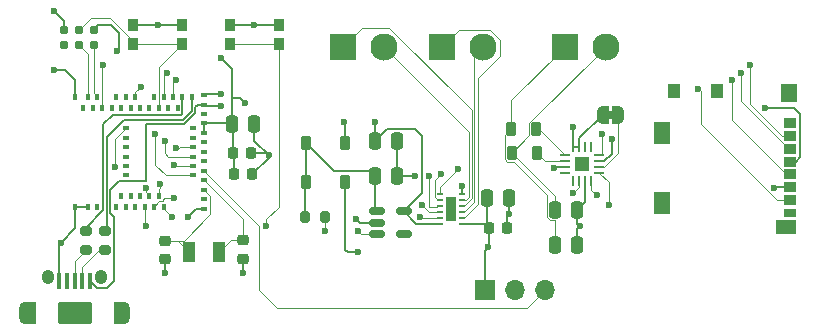
<source format=gbr>
%TF.GenerationSoftware,KiCad,Pcbnew,8.0.9*%
%TF.CreationDate,2025-04-21T13:45:24-07:00*%
%TF.ProjectId,bmbbmcp,626d6262-6d63-4702-9e6b-696361645f70,R1*%
%TF.SameCoordinates,Original*%
%TF.FileFunction,Copper,L1,Top*%
%TF.FilePolarity,Positive*%
%FSLAX46Y46*%
G04 Gerber Fmt 4.6, Leading zero omitted, Abs format (unit mm)*
G04 Created by KiCad (PCBNEW 8.0.9) date 2025-04-21 13:45:24*
%MOMM*%
%LPD*%
G01*
G04 APERTURE LIST*
G04 Aperture macros list*
%AMRoundRect*
0 Rectangle with rounded corners*
0 $1 Rounding radius*
0 $2 $3 $4 $5 $6 $7 $8 $9 X,Y pos of 4 corners*
0 Add a 4 corners polygon primitive as box body*
4,1,4,$2,$3,$4,$5,$6,$7,$8,$9,$2,$3,0*
0 Add four circle primitives for the rounded corners*
1,1,$1+$1,$2,$3*
1,1,$1+$1,$4,$5*
1,1,$1+$1,$6,$7*
1,1,$1+$1,$8,$9*
0 Add four rect primitives between the rounded corners*
20,1,$1+$1,$2,$3,$4,$5,0*
20,1,$1+$1,$4,$5,$6,$7,0*
20,1,$1+$1,$6,$7,$8,$9,0*
20,1,$1+$1,$8,$9,$2,$3,0*%
%AMFreePoly0*
4,1,19,0.500000,-0.750000,0.000000,-0.750000,0.000000,-0.744911,-0.071157,-0.744911,-0.207708,-0.704816,-0.327430,-0.627875,-0.420627,-0.520320,-0.479746,-0.390866,-0.500000,-0.250000,-0.500000,0.250000,-0.479746,0.390866,-0.420627,0.520320,-0.327430,0.627875,-0.207708,0.704816,-0.071157,0.744911,0.000000,0.744911,0.000000,0.750000,0.500000,0.750000,0.500000,-0.750000,0.500000,-0.750000,
$1*%
%AMFreePoly1*
4,1,19,0.000000,0.744911,0.071157,0.744911,0.207708,0.704816,0.327430,0.627875,0.420627,0.520320,0.479746,0.390866,0.500000,0.250000,0.500000,-0.250000,0.479746,-0.390866,0.420627,-0.520320,0.327430,-0.627875,0.207708,-0.704816,0.071157,-0.744911,0.000000,-0.744911,0.000000,-0.750000,-0.500000,-0.750000,-0.500000,0.750000,0.000000,0.750000,0.000000,0.744911,0.000000,0.744911,
$1*%
G04 Aperture macros list end*
%TA.AperFunction,EtchedComponent*%
%ADD10C,0.000000*%
%TD*%
%TA.AperFunction,SMDPad,CuDef*%
%ADD11RoundRect,0.225000X-0.225000X-0.250000X0.225000X-0.250000X0.225000X0.250000X-0.225000X0.250000X0*%
%TD*%
%TA.AperFunction,SMDPad,CuDef*%
%ADD12RoundRect,0.250000X-0.250000X-0.475000X0.250000X-0.475000X0.250000X0.475000X-0.250000X0.475000X0*%
%TD*%
%TA.AperFunction,ComponentPad*%
%ADD13R,2.300000X2.300000*%
%TD*%
%TA.AperFunction,ComponentPad*%
%ADD14C,2.300000*%
%TD*%
%TA.AperFunction,SMDPad,CuDef*%
%ADD15R,0.900000X1.000000*%
%TD*%
%TA.AperFunction,SMDPad,CuDef*%
%ADD16RoundRect,0.225000X0.250000X-0.225000X0.250000X0.225000X-0.250000X0.225000X-0.250000X-0.225000X0*%
%TD*%
%TA.AperFunction,SMDPad,CuDef*%
%ADD17RoundRect,0.200000X-0.275000X0.200000X-0.275000X-0.200000X0.275000X-0.200000X0.275000X0.200000X0*%
%TD*%
%TA.AperFunction,SMDPad,CuDef*%
%ADD18R,1.100000X0.850000*%
%TD*%
%TA.AperFunction,SMDPad,CuDef*%
%ADD19R,1.100000X0.750000*%
%TD*%
%TA.AperFunction,SMDPad,CuDef*%
%ADD20R,1.000000X1.200000*%
%TD*%
%TA.AperFunction,SMDPad,CuDef*%
%ADD21R,1.350000X1.550000*%
%TD*%
%TA.AperFunction,SMDPad,CuDef*%
%ADD22R,1.350000X1.900000*%
%TD*%
%TA.AperFunction,SMDPad,CuDef*%
%ADD23R,1.800000X1.170000*%
%TD*%
%TA.AperFunction,SMDPad,CuDef*%
%ADD24RoundRect,0.100000X-0.100000X-0.575000X0.100000X-0.575000X0.100000X0.575000X-0.100000X0.575000X0*%
%TD*%
%TA.AperFunction,HeatsinkPad*%
%ADD25O,1.000000X1.900000*%
%TD*%
%TA.AperFunction,SMDPad,CuDef*%
%ADD26R,0.875000X1.900000*%
%TD*%
%TA.AperFunction,HeatsinkPad*%
%ADD27O,1.050000X1.250000*%
%TD*%
%TA.AperFunction,SMDPad,CuDef*%
%ADD28RoundRect,0.250000X-1.200000X-0.700000X1.200000X-0.700000X1.200000X0.700000X-1.200000X0.700000X0*%
%TD*%
%TA.AperFunction,SMDPad,CuDef*%
%ADD29FreePoly0,180.000000*%
%TD*%
%TA.AperFunction,SMDPad,CuDef*%
%ADD30FreePoly1,180.000000*%
%TD*%
%TA.AperFunction,SMDPad,CuDef*%
%ADD31R,0.499999X0.249999*%
%TD*%
%TA.AperFunction,SMDPad,CuDef*%
%ADD32R,0.900001X2.000001*%
%TD*%
%TA.AperFunction,ComponentPad*%
%ADD33C,0.499999*%
%TD*%
%TA.AperFunction,SMDPad,CuDef*%
%ADD34RoundRect,0.218750X0.218750X0.381250X-0.218750X0.381250X-0.218750X-0.381250X0.218750X-0.381250X0*%
%TD*%
%TA.AperFunction,SMDPad,CuDef*%
%ADD35RoundRect,0.200000X-0.200000X-0.275000X0.200000X-0.275000X0.200000X0.275000X-0.200000X0.275000X0*%
%TD*%
%TA.AperFunction,SMDPad,CuDef*%
%ADD36RoundRect,0.225000X-0.225000X-0.375000X0.225000X-0.375000X0.225000X0.375000X-0.225000X0.375000X0*%
%TD*%
%TA.AperFunction,ComponentPad*%
%ADD37R,1.700000X1.700000*%
%TD*%
%TA.AperFunction,ComponentPad*%
%ADD38O,1.700000X1.700000*%
%TD*%
%TA.AperFunction,SMDPad,CuDef*%
%ADD39R,0.400000X0.600000*%
%TD*%
%TA.AperFunction,SMDPad,CuDef*%
%ADD40R,0.600000X0.400000*%
%TD*%
%TA.AperFunction,SMDPad,CuDef*%
%ADD41RoundRect,0.150000X-0.512500X-0.150000X0.512500X-0.150000X0.512500X0.150000X-0.512500X0.150000X0*%
%TD*%
%TA.AperFunction,SMDPad,CuDef*%
%ADD42R,1.000000X1.800000*%
%TD*%
%TA.AperFunction,ConnectorPad*%
%ADD43C,0.787400*%
%TD*%
%TA.AperFunction,SMDPad,CuDef*%
%ADD44RoundRect,0.062500X0.350000X0.062500X-0.350000X0.062500X-0.350000X-0.062500X0.350000X-0.062500X0*%
%TD*%
%TA.AperFunction,SMDPad,CuDef*%
%ADD45RoundRect,0.062500X0.062500X0.350000X-0.062500X0.350000X-0.062500X-0.350000X0.062500X-0.350000X0*%
%TD*%
%TA.AperFunction,HeatsinkPad*%
%ADD46R,1.230000X1.230000*%
%TD*%
%TA.AperFunction,ViaPad*%
%ADD47C,0.600000*%
%TD*%
%TA.AperFunction,Conductor*%
%ADD48C,0.200000*%
%TD*%
%TA.AperFunction,Conductor*%
%ADD49C,0.100000*%
%TD*%
G04 APERTURE END LIST*
D10*
%TA.AperFunction,EtchedComponent*%
%TO.C,JP1*%
G36*
X170400000Y-90100000D02*
G01*
X169900000Y-90100000D01*
X169900000Y-89500000D01*
X170400000Y-89500000D01*
X170400000Y-90100000D01*
G37*
%TD.AperFunction*%
%TD*%
D11*
%TO.P,C5,1*%
%TO.N,+3.3V*%
X138200000Y-93000000D03*
%TO.P,C5,2*%
%TO.N,GND*%
X139750000Y-93000000D03*
%TD*%
D12*
%TO.P,C1,1*%
%TO.N,+3.3V*%
X138100000Y-90600000D03*
%TO.P,C1,2*%
%TO.N,GND*%
X140000000Y-90600000D03*
%TD*%
D13*
%TO.P,J5,1,Pin_1*%
%TO.N,Net-(J5-Pin_1)*%
X166300000Y-84000000D03*
D14*
%TO.P,J5,2,Pin_2*%
%TO.N,Net-(J5-Pin_2)*%
X169800000Y-84000000D03*
%TD*%
D12*
%TO.P,C9,1*%
%TO.N,Net-(J5-Pin_1)*%
X165450000Y-100810000D03*
%TO.P,C9,2*%
%TO.N,GND*%
X167350000Y-100810000D03*
%TD*%
D15*
%TO.P,S1,1,1*%
%TO.N,GND*%
X133850000Y-82200000D03*
%TO.P,S1,2,2*%
%TO.N,/~{RESET}*%
X133850000Y-83800000D03*
%TO.P,S1,3,3*%
%TO.N,GND*%
X129750000Y-82200000D03*
%TO.P,S1,4,4*%
%TO.N,/~{RESET}*%
X129750000Y-83800000D03*
%TD*%
D16*
%TO.P,C3,1*%
%TO.N,GND*%
X139000000Y-101950000D03*
%TO.P,C3,2*%
%TO.N,Net-(U1-P0.01)*%
X139000000Y-100400000D03*
%TD*%
D17*
%TO.P,R3,1*%
%TO.N,/USBD-*%
X127340000Y-99580000D03*
%TO.P,R3,2*%
%TO.N,Net-(J1-D-)*%
X127340000Y-101230000D03*
%TD*%
D18*
%TO.P,J4,1,X*%
%TO.N,unconnected-(J4-X-Pad1)*%
X185350000Y-90435000D03*
%TO.P,J4,2,CS*%
%TO.N,/SPI_CS1*%
X185350000Y-91535000D03*
%TO.P,J4,3,DI*%
%TO.N,/SPI_MOSI*%
X185350000Y-92635000D03*
%TO.P,J4,4,VDD*%
%TO.N,+3.3V*%
X185350000Y-93735000D03*
%TO.P,J4,5,SCLK*%
%TO.N,/SPI_SCLK*%
X185350000Y-94835000D03*
%TO.P,J4,6,VSS*%
%TO.N,GND*%
X185350000Y-95935000D03*
%TO.P,J4,7,DO*%
%TO.N,/SPI_MISO*%
X185350000Y-97035000D03*
D19*
%TO.P,J4,8,X*%
%TO.N,unconnected-(J4-X-Pad8)*%
X185350000Y-98085000D03*
D20*
%TO.P,J4,9,SHIELD*%
%TO.N,unconnected-(J4-SHIELD-Pad9)*%
X179200000Y-87800000D03*
%TO.P,J4,10*%
%TO.N,N/C*%
X175500000Y-87800000D03*
D21*
%TO.P,J4,11*%
X185225000Y-87975000D03*
D22*
X174525000Y-91300000D03*
X174525000Y-97270000D03*
D23*
X185000000Y-99295000D03*
%TD*%
D24*
%TO.P,J1,1,VBUS*%
%TO.N,VBUS*%
X126095000Y-103875000D03*
%TO.P,J1,2,D-*%
%TO.N,Net-(J1-D-)*%
X125445000Y-103875000D03*
%TO.P,J1,3,D+*%
%TO.N,Net-(J1-D+)*%
X124795000Y-103875000D03*
%TO.P,J1,4,ID*%
%TO.N,unconnected-(J1-ID-Pad4)*%
X124145000Y-103875000D03*
%TO.P,J1,5,GND*%
%TO.N,GND*%
X123495000Y-103875000D03*
D25*
%TO.P,J1,6,Shield*%
%TO.N,unconnected-(J1-Shield-Pad6)_5*%
X120620000Y-106550000D03*
D26*
%TO.N,unconnected-(J1-Shield-Pad6)_6*%
X121057500Y-106550000D03*
D27*
%TO.N,unconnected-(J1-Shield-Pad6)_1*%
X122570000Y-103550000D03*
D28*
%TO.N,unconnected-(J1-Shield-Pad6)_3*%
X124795000Y-106550000D03*
D27*
%TO.N,unconnected-(J1-Shield-Pad6)_2*%
X127020000Y-103550000D03*
D26*
%TO.N,unconnected-(J1-Shield-Pad6)_4*%
X128532500Y-106550000D03*
D25*
%TO.N,unconnected-(J1-Shield-Pad6)*%
X128970000Y-106550000D03*
%TD*%
D12*
%TO.P,C6,1*%
%TO.N,+3.3V*%
X150200000Y-91990000D03*
%TO.P,C6,2*%
%TO.N,GND*%
X152100000Y-91990000D03*
%TD*%
D29*
%TO.P,JP1,1,A*%
%TO.N,Net-(JP1-A)*%
X170800000Y-89800000D03*
D30*
%TO.P,JP1,2,B*%
%TO.N,+3.3V*%
X169500000Y-89800000D03*
%TD*%
D17*
%TO.P,R2,1*%
%TO.N,/USBD+*%
X125740000Y-99605000D03*
%TO.P,R2,2*%
%TO.N,Net-(J1-D+)*%
X125740000Y-101255000D03*
%TD*%
D12*
%TO.P,C8,1*%
%TO.N,Net-(J5-Pin_2)*%
X165450000Y-97800000D03*
%TO.P,C8,2*%
%TO.N,GND*%
X167350000Y-97800000D03*
%TD*%
D31*
%TO.P,U4,1,VM*%
%TO.N,+BATT*%
X157600000Y-99000000D03*
%TO.P,U4,2,AOUT1*%
%TO.N,Net-(J6-Pin_1)*%
X157600000Y-98499998D03*
%TO.P,U4,3,AOUT2*%
%TO.N,Net-(J6-Pin_2)*%
X157600000Y-98000000D03*
%TO.P,U4,4,BOUT1*%
%TO.N,Net-(J7-Pin_1)*%
X157600000Y-97500000D03*
%TO.P,U4,5,BOUT2*%
%TO.N,Net-(J7-Pin_2)*%
X157600000Y-96999999D03*
%TO.P,U4,6,GND*%
%TO.N,GND*%
X157600000Y-96500000D03*
%TO.P,U4,7,BIN2_BENBL*%
%TO.N,/MOTOR_B2*%
X155700001Y-96500000D03*
%TO.P,U4,8,BIN1_BPHASE*%
%TO.N,/MOTOR_B1*%
X155700001Y-96999999D03*
%TO.P,U4,9,AIN2_AENBL*%
%TO.N,/MOTOR_A2*%
X155700001Y-97500000D03*
%TO.P,U4,10,AIN1_APHASE*%
%TO.N,/MOTOR_A1*%
X155700001Y-98000000D03*
%TO.P,U4,11,MODE*%
%TO.N,/MOTOR_CTRL*%
X155700001Y-98499998D03*
%TO.P,U4,12,VCC*%
%TO.N,+3.3V*%
X155700001Y-99000000D03*
D32*
%TO.P,U4,13,GND*%
%TO.N,GND*%
X156649999Y-97750000D03*
D33*
%TO.P,U4,V*%
X156650002Y-98500001D03*
X156650002Y-97750000D03*
X156650002Y-96999999D03*
%TD*%
D34*
%TO.P,FB2,1*%
%TO.N,Net-(U3-OUTN)*%
X163925000Y-93000000D03*
%TO.P,FB2,2*%
%TO.N,Net-(J5-Pin_2)*%
X161800000Y-93000000D03*
%TD*%
%TO.P,FB1,1*%
%TO.N,Net-(U3-OUTP)*%
X163862500Y-91000000D03*
%TO.P,FB1,2*%
%TO.N,Net-(J5-Pin_1)*%
X161737500Y-91000000D03*
%TD*%
D13*
%TO.P,J7,1,Pin_1*%
%TO.N,Net-(J7-Pin_1)*%
X147500000Y-84000000D03*
D14*
%TO.P,J7,2,Pin_2*%
%TO.N,Net-(J7-Pin_2)*%
X151000000Y-84000000D03*
%TD*%
D12*
%TO.P,C10,1*%
%TO.N,+BATT*%
X159675000Y-96800000D03*
%TO.P,C10,2*%
%TO.N,GND*%
X161575000Y-96800000D03*
%TD*%
D16*
%TO.P,C4,1*%
%TO.N,GND*%
X132400000Y-101975000D03*
%TO.P,C4,2*%
%TO.N,Net-(U1-P0.00)*%
X132400000Y-100425000D03*
%TD*%
D35*
%TO.P,R1,1*%
%TO.N,/VHI*%
X144315000Y-98440000D03*
%TO.P,R1,2*%
%TO.N,Net-(U2-EN)*%
X145965000Y-98440000D03*
%TD*%
D15*
%TO.P,S2,1,1*%
%TO.N,GND*%
X142050000Y-82200000D03*
%TO.P,S2,2,2*%
%TO.N,/SWITCH*%
X142050000Y-83800000D03*
%TO.P,S2,3,3*%
%TO.N,GND*%
X137950000Y-82200000D03*
%TO.P,S2,4,4*%
%TO.N,/SWITCH*%
X137950000Y-83800000D03*
%TD*%
D36*
%TO.P,D2,1,K*%
%TO.N,/VHI*%
X144405000Y-95510000D03*
%TO.P,D2,2,A*%
%TO.N,+BATT*%
X147705000Y-95510000D03*
%TD*%
D37*
%TO.P,J3,1,Pin_1*%
%TO.N,+BATT*%
X159520000Y-104600000D03*
D38*
%TO.P,J3,2,Pin_2*%
%TO.N,GND*%
X162060000Y-104600000D03*
%TO.P,J3,3,Pin_3*%
%TO.N,/BTN1*%
X164600000Y-104600000D03*
%TD*%
D39*
%TO.P,U1,1,GND*%
%TO.N,GND*%
X124815000Y-97565000D03*
%TO.P,U1,2,GND*%
X125915000Y-97565000D03*
%TO.P,U1,3,P1.10*%
%TO.N,unconnected-(U1-P1.10-Pad3)*%
X126715000Y-97565000D03*
%TO.P,U1,4,P1.11*%
%TO.N,unconnected-(U1-P1.11-Pad4)*%
X128315000Y-97565000D03*
%TO.P,U1,5,P1.12*%
%TO.N,unconnected-(U1-P1.12-Pad5)*%
X128715000Y-96665000D03*
%TO.P,U1,6,P1.13*%
%TO.N,unconnected-(U1-P1.13-Pad6)*%
X129115000Y-97565000D03*
%TO.P,U1,7,P1.14*%
%TO.N,unconnected-(U1-P1.14-Pad7)*%
X129515000Y-96665000D03*
%TO.P,U1,8,P1.15*%
%TO.N,unconnected-(U1-P1.15-Pad8)*%
X129915000Y-97565000D03*
%TO.P,U1,9,P0.03*%
%TO.N,unconnected-(U1-P0.03-Pad9)*%
X130315000Y-96665000D03*
%TO.P,U1,10,P0.29*%
%TO.N,/SWITCH*%
X130715000Y-97565000D03*
%TO.P,U1,11,P0.02*%
%TO.N,/MOTOR_B2*%
X131115000Y-96665000D03*
%TO.P,U1,12,P0.31*%
%TO.N,/MOTOR_B1*%
X131515000Y-97565000D03*
%TO.P,U1,13,P0.28*%
%TO.N,/MOTOR_A2*%
X131915000Y-96665000D03*
%TO.P,U1,14,P0.30*%
%TO.N,/MOTOR_A1*%
X132315000Y-97565000D03*
D40*
%TO.P,U1,15,GND*%
%TO.N,GND*%
X135715000Y-97715000D03*
%TO.P,U1,16,P0.27*%
%TO.N,unconnected-(U1-P0.27-Pad16)*%
X135715000Y-96915000D03*
%TO.P,U1,17,P0.00*%
%TO.N,Net-(U1-P0.00)*%
X135715000Y-96115000D03*
%TO.P,U1,18,P0.01*%
%TO.N,Net-(U1-P0.01)*%
X135715000Y-95315000D03*
%TO.P,U1,19,P0.26*%
%TO.N,/I2S_MODE*%
X134815000Y-94915000D03*
%TO.P,U1,20,P0.04*%
%TO.N,/BTN1*%
X135715000Y-94515000D03*
%TO.P,U1,21,P0.05*%
%TO.N,/I2S_DOUT*%
X134815000Y-94115000D03*
%TO.P,U1,22,P0.06*%
%TO.N,unconnected-(U1-P0.06-Pad22)*%
X135715000Y-93715000D03*
%TO.P,U1,23,P0.07*%
%TO.N,/I2S_LRCK*%
X134815000Y-93315000D03*
%TO.P,U1,24,P0.08*%
%TO.N,unconnected-(U1-P0.08-Pad24)*%
X135715000Y-92915000D03*
%TO.P,U1,25,P1.08*%
%TO.N,/I2S_SCK*%
X134815000Y-92515000D03*
%TO.P,U1,26,P1.09*%
%TO.N,unconnected-(U1-P1.09-Pad26)*%
X135715000Y-92115000D03*
%TO.P,U1,27,P0.11*%
%TO.N,unconnected-(U1-P0.11-Pad27)*%
X134815000Y-91715000D03*
%TO.P,U1,28,VDD*%
%TO.N,+3.3V*%
X135715000Y-91315000D03*
%TO.P,U1,29,P0.12*%
%TO.N,unconnected-(U1-P0.12-Pad29)*%
X134815000Y-90915000D03*
%TO.P,U1,30,VDDH*%
%TO.N,+3.3V*%
X135715000Y-90515000D03*
%TO.P,U1,31,DCCH*%
%TO.N,unconnected-(U1-DCCH-Pad31)*%
X135715000Y-89715000D03*
%TO.P,U1,32,VBUS*%
%TO.N,VBUS*%
X135715000Y-88915000D03*
%TO.P,U1,33,GND*%
%TO.N,GND*%
X135715000Y-88115000D03*
D39*
%TO.P,U1,34,D-*%
%TO.N,/USBD-*%
X134715000Y-88265000D03*
%TO.P,U1,35,D+*%
%TO.N,/USBD+*%
X133915000Y-88265000D03*
%TO.P,U1,36,P0.14*%
%TO.N,unconnected-(U1-P0.14-Pad36)*%
X133515000Y-89165000D03*
%TO.P,U1,37,P0.13*%
%TO.N,/SPI_SCLK*%
X133115000Y-88265000D03*
%TO.P,U1,38,P0.16*%
%TO.N,unconnected-(U1-P0.16-Pad38)*%
X132715000Y-89165000D03*
%TO.P,U1,39,P0.15*%
%TO.N,/SPI_MOSI*%
X132315000Y-88265000D03*
%TO.P,U1,40,P0.18*%
%TO.N,/~{RESET}*%
X131915000Y-89165000D03*
%TO.P,U1,41,P0.17*%
%TO.N,unconnected-(U1-P0.17-Pad41)*%
X131515000Y-88265000D03*
%TO.P,U1,42,P0.19*%
%TO.N,unconnected-(U1-P0.19-Pad42)*%
X131115000Y-89165000D03*
%TO.P,U1,43,P0.21*%
%TO.N,unconnected-(U1-P0.21-Pad43)*%
X130315000Y-89165000D03*
%TO.P,U1,44,P0.20*%
%TO.N,/SPI_MISO*%
X129915000Y-88265000D03*
%TO.P,U1,45,P0.23*%
%TO.N,unconnected-(U1-P0.23-Pad45)*%
X129515000Y-89165000D03*
%TO.P,U1,46,P0.22*%
%TO.N,unconnected-(U1-P0.22-Pad46)*%
X129115000Y-88265000D03*
%TO.P,U1,47,P1.00*%
%TO.N,unconnected-(U1-P1.00-Pad47)*%
X128715000Y-89165000D03*
%TO.P,U1,48,P0.24*%
%TO.N,unconnected-(U1-P0.24-Pad48)*%
X128315000Y-88265000D03*
%TO.P,U1,49,P0.25*%
%TO.N,unconnected-(U1-P0.25-Pad49)*%
X127915000Y-89165000D03*
%TO.P,U1,50,P1.02*%
%TO.N,/SPI_CS1*%
X127115000Y-89165000D03*
%TO.P,U1,51,SWDIO*%
%TO.N,/SWDIO*%
X126715000Y-88265000D03*
%TO.P,U1,52,P0.09*%
%TO.N,unconnected-(U1-P0.09-Pad52)*%
X126315000Y-89165000D03*
%TO.P,U1,53,SWDCLK*%
%TO.N,/SWCLK*%
X125915000Y-88265000D03*
%TO.P,U1,54,P0.10*%
%TO.N,unconnected-(U1-P0.10-Pad54)*%
X125515000Y-89165000D03*
%TO.P,U1,55,GND*%
%TO.N,GND*%
X124815000Y-88265000D03*
D40*
%TO.P,U1,56,P1.04*%
%TO.N,unconnected-(U1-P1.04-Pad56)*%
X129115000Y-94915000D03*
%TO.P,U1,57,P1.06*%
%TO.N,unconnected-(U1-P1.06-Pad57)*%
X129115000Y-94115000D03*
%TO.P,U1,58,P1.07*%
%TO.N,unconnected-(U1-P1.07-Pad58)*%
X129115000Y-93315000D03*
%TO.P,U1,59,P1.05*%
%TO.N,unconnected-(U1-P1.05-Pad59)*%
X129115000Y-92515000D03*
%TO.P,U1,60,P1.03*%
%TO.N,unconnected-(U1-P1.03-Pad60)*%
X129115000Y-91715000D03*
%TO.P,U1,61,P1.01*%
%TO.N,/MOTOR_CTRL*%
X129115000Y-90915000D03*
%TD*%
D12*
%TO.P,C7,1*%
%TO.N,/VHI*%
X150200000Y-95000000D03*
%TO.P,C7,2*%
%TO.N,GND*%
X152100000Y-95000000D03*
%TD*%
D36*
%TO.P,D1,1,K*%
%TO.N,/VHI*%
X144405000Y-92160000D03*
%TO.P,D1,2,A*%
%TO.N,VBUS*%
X147705000Y-92160000D03*
%TD*%
D11*
%TO.P,C2,1*%
%TO.N,+3.3V*%
X138250000Y-94800000D03*
%TO.P,C2,2*%
%TO.N,GND*%
X139800000Y-94800000D03*
%TD*%
D13*
%TO.P,J6,1,Pin_1*%
%TO.N,Net-(J6-Pin_1)*%
X155900000Y-84000000D03*
D14*
%TO.P,J6,2,Pin_2*%
%TO.N,Net-(J6-Pin_2)*%
X159400000Y-84000000D03*
%TD*%
D41*
%TO.P,U2,1,VIN*%
%TO.N,/VHI*%
X150362500Y-97955000D03*
%TO.P,U2,2,GND*%
%TO.N,GND*%
X150362500Y-98905000D03*
%TO.P,U2,3,EN*%
%TO.N,Net-(U2-EN)*%
X150362500Y-99855000D03*
%TO.P,U2,4,NC*%
%TO.N,unconnected-(U2-NC-Pad4)*%
X152637500Y-99855000D03*
%TO.P,U2,5,VOUT*%
%TO.N,+3.3V*%
X152637500Y-97955000D03*
%TD*%
D42*
%TO.P,Y1,1,1*%
%TO.N,Net-(U1-P0.01)*%
X137000000Y-101400000D03*
%TO.P,Y1,2,2*%
%TO.N,Net-(U1-P0.00)*%
X134500000Y-101400000D03*
%TD*%
D43*
%TO.P,J2,1,VCC*%
%TO.N,+3.3V*%
X126400000Y-82600000D03*
%TO.P,J2,2,SWDIO*%
%TO.N,/SWDIO*%
X126400000Y-83870000D03*
%TO.P,J2,3,~{RESET}*%
%TO.N,/~{RESET}*%
X125130000Y-82600000D03*
%TO.P,J2,4,SWCLK*%
%TO.N,/SWCLK*%
X125130000Y-83870000D03*
%TO.P,J2,5,GND*%
%TO.N,GND*%
X123860000Y-82600000D03*
%TO.P,J2,6,SWO*%
%TO.N,unconnected-(J2-SWO-Pad6)*%
X123860000Y-83870000D03*
%TD*%
D44*
%TO.P,U3,1,DIN*%
%TO.N,/I2S_DOUT*%
X169200000Y-94700000D03*
%TO.P,U3,2,GAIN_SLOT*%
%TO.N,Net-(JP1-A)*%
X169200000Y-94200000D03*
%TO.P,U3,3,GND*%
%TO.N,GND*%
X169200000Y-93700000D03*
%TO.P,U3,4,~{SD_MODE}*%
%TO.N,/I2S_MODE*%
X169200000Y-93200000D03*
D45*
%TO.P,U3,5,NC*%
%TO.N,unconnected-(U3-NC-Pad5)*%
X168512500Y-92512500D03*
%TO.P,U3,6,NC*%
%TO.N,unconnected-(U3-NC-Pad6)*%
X168012500Y-92512500D03*
%TO.P,U3,7,VDD*%
%TO.N,+3.3V*%
X167512500Y-92512500D03*
%TO.P,U3,8,VDD*%
X167012500Y-92512500D03*
D44*
%TO.P,U3,9,OUTP*%
%TO.N,Net-(U3-OUTP)*%
X166325000Y-93200000D03*
%TO.P,U3,10,OUTN*%
%TO.N,Net-(U3-OUTN)*%
X166325000Y-93700000D03*
%TO.P,U3,11,GND*%
%TO.N,GND*%
X166325000Y-94200000D03*
%TO.P,U3,12,NC*%
%TO.N,unconnected-(U3-NC-Pad12)*%
X166325000Y-94700000D03*
D45*
%TO.P,U3,13,NC*%
%TO.N,unconnected-(U3-NC-Pad13)*%
X167012500Y-95387500D03*
%TO.P,U3,14,LRCLK*%
%TO.N,/I2S_LRCK*%
X167512500Y-95387500D03*
%TO.P,U3,15,GND*%
%TO.N,GND*%
X168012500Y-95387500D03*
%TO.P,U3,16,BCLK*%
%TO.N,/I2S_SCK*%
X168512500Y-95387500D03*
D46*
%TO.P,U3,17,PAD*%
%TO.N,unconnected-(U3-PAD-Pad17)*%
X167762500Y-93950000D03*
%TD*%
D11*
%TO.P,C11,1*%
%TO.N,+BATT*%
X159825000Y-99400000D03*
%TO.P,C11,2*%
%TO.N,GND*%
X161375000Y-99400000D03*
%TD*%
D47*
%TO.N,+3.3V*%
X128400000Y-84400000D03*
X183200000Y-89200000D03*
X137200000Y-85000000D03*
X139200000Y-88800000D03*
X150200000Y-90400000D03*
X167000000Y-90800000D03*
%TO.N,GND*%
X123600000Y-100600000D03*
X123000000Y-86000000D03*
X157600000Y-95800000D03*
X137200000Y-88000000D03*
X134400000Y-98400000D03*
X153600000Y-95000000D03*
X161600000Y-98200000D03*
X123000000Y-81000000D03*
X140000000Y-82200000D03*
X184000000Y-96000000D03*
X148600000Y-98600000D03*
X132400000Y-103200000D03*
X141200000Y-93200000D03*
X139000000Y-103200000D03*
X165400000Y-94250000D03*
X170250000Y-91800000D03*
X131800000Y-82200000D03*
X167550000Y-99210000D03*
%TO.N,VBUS*%
X137200000Y-89000000D03*
X147600000Y-90400000D03*
%TO.N,+BATT*%
X159800000Y-101000000D03*
X148800000Y-101400000D03*
%TO.N,Net-(U2-EN)*%
X146000000Y-99600000D03*
X148800000Y-99600000D03*
%TO.N,/SWITCH*%
X141000000Y-99200000D03*
X130800000Y-99200000D03*
%TO.N,/SPI_MOSI*%
X181200000Y-86200000D03*
X132600000Y-86200000D03*
%TO.N,/SPI_SCLK*%
X180400000Y-86800000D03*
X133400000Y-86800000D03*
%TO.N,/SPI_CS1*%
X127200000Y-85600000D03*
X182000000Y-85600000D03*
%TO.N,/SPI_MISO*%
X177600000Y-87600000D03*
X130400000Y-87400000D03*
%TO.N,/MOTOR_B1*%
X133200000Y-96800000D03*
X155800000Y-94800000D03*
%TO.N,/MOTOR_B2*%
X130800000Y-96015000D03*
X157200000Y-94400000D03*
%TO.N,/MOTOR_A2*%
X132000000Y-95600000D03*
X154800000Y-95000000D03*
%TO.N,/I2S_MODE*%
X169400000Y-91400000D03*
X131600000Y-91400000D03*
%TO.N,/MOTOR_CTRL*%
X128200000Y-94200000D03*
X154000000Y-98400000D03*
%TO.N,/I2S_LRCK*%
X167000000Y-96400000D03*
X132400000Y-92000000D03*
%TO.N,/MOTOR_A1*%
X154200000Y-97400000D03*
X133000000Y-98400000D03*
%TO.N,/I2S_DOUT*%
X133200000Y-94000000D03*
X170000000Y-97400000D03*
%TO.N,/I2S_SCK*%
X169000000Y-96600000D03*
X133400000Y-92600000D03*
%TD*%
D48*
%TO.N,+3.3V*%
X138250000Y-93050000D02*
X138200000Y-93000000D01*
X185825000Y-93735000D02*
X186200000Y-93360000D01*
X135715000Y-91315000D02*
X135715000Y-90515000D01*
X186200000Y-89710000D02*
X185690000Y-89200000D01*
X138250000Y-94800000D02*
X138250000Y-93050000D01*
X153565000Y-90965000D02*
X151225000Y-90965000D01*
X154200000Y-96392500D02*
X154200000Y-91600000D01*
X128519300Y-84280700D02*
X128400000Y-84400000D01*
X152637500Y-97955000D02*
X154200000Y-96392500D01*
X128519300Y-82883208D02*
X128519300Y-84280700D01*
X155700001Y-99000000D02*
X153682500Y-99000000D01*
X138100000Y-88400000D02*
X138100000Y-90600000D01*
X169500000Y-89800000D02*
X167512500Y-91787500D01*
X186200000Y-93360000D02*
X186200000Y-89710000D01*
X154200000Y-91600000D02*
X153565000Y-90965000D01*
X167012500Y-92512500D02*
X167512500Y-92512500D01*
X138015000Y-90515000D02*
X138100000Y-90600000D01*
X167012500Y-92512500D02*
X167012500Y-90812500D01*
X138100000Y-85900000D02*
X138100000Y-88400000D01*
X135715000Y-90515000D02*
X138015000Y-90515000D01*
X127842393Y-82206301D02*
X128519300Y-82883208D01*
X126400000Y-82600000D02*
X126793699Y-82206301D01*
X139200000Y-88800000D02*
X138800000Y-88400000D01*
X151225000Y-90965000D02*
X150200000Y-91990000D01*
X153600000Y-98917500D02*
X152637500Y-97955000D01*
X185690000Y-89200000D02*
X183200000Y-89200000D01*
X150200000Y-91990000D02*
X150200000Y-90400000D01*
X167512500Y-91787500D02*
X167512500Y-92512500D01*
X185350000Y-93735000D02*
X185825000Y-93735000D01*
X138800000Y-88400000D02*
X138100000Y-88400000D01*
X138200000Y-93000000D02*
X138200000Y-90700000D01*
X137200000Y-85000000D02*
X138100000Y-85900000D01*
X153682500Y-99000000D02*
X153600000Y-98917500D01*
X138200000Y-90700000D02*
X138100000Y-90600000D01*
X167012500Y-90812500D02*
X167000000Y-90800000D01*
X126793699Y-82206301D02*
X127842393Y-82206301D01*
%TO.N,GND*%
X152100000Y-91990000D02*
X152100000Y-95000000D01*
X185350000Y-95935000D02*
X184065000Y-95935000D01*
X167350000Y-99410000D02*
X167550000Y-99210000D01*
X135715000Y-97715000D02*
X135085000Y-97715000D01*
X129750000Y-82200000D02*
X131800000Y-82200000D01*
X124815000Y-99385000D02*
X123600000Y-100600000D01*
X161575000Y-96800000D02*
X161575000Y-98175000D01*
X168012500Y-97137500D02*
X167350000Y-97800000D01*
X161375000Y-98425000D02*
X161600000Y-98200000D01*
X124815000Y-86823578D02*
X123991422Y-86000000D01*
X124815000Y-97565000D02*
X124815000Y-99385000D01*
X123991422Y-86000000D02*
X123000000Y-86000000D01*
X157600000Y-96500000D02*
X157600000Y-95800000D01*
X165450000Y-94200000D02*
X165400000Y-94250000D01*
X124815000Y-88265000D02*
X124815000Y-86823578D01*
X141200000Y-93400000D02*
X141200000Y-93200000D01*
X140000000Y-92000000D02*
X141200000Y-93200000D01*
X123495000Y-103875000D02*
X123495000Y-100705000D01*
X123860000Y-81860000D02*
X123000000Y-81000000D01*
X161575000Y-98175000D02*
X161600000Y-98200000D01*
X139750000Y-93000000D02*
X141000000Y-93000000D01*
X125915000Y-97565000D02*
X124815000Y-97565000D01*
X148905000Y-98905000D02*
X148600000Y-98600000D01*
X170250000Y-93076886D02*
X170250000Y-91800000D01*
X150362500Y-98905000D02*
X148905000Y-98905000D01*
X167350000Y-99010000D02*
X167550000Y-99210000D01*
X156650002Y-97749997D02*
X156649999Y-97750000D01*
X133850000Y-82200000D02*
X131800000Y-82200000D01*
X169200000Y-93700000D02*
X169626886Y-93700000D01*
X156650002Y-98500001D02*
X156650002Y-97750003D01*
X137950000Y-82200000D02*
X140000000Y-82200000D01*
X137200000Y-88000000D02*
X135830000Y-88000000D01*
X141000000Y-93000000D02*
X141200000Y-93200000D01*
X166325000Y-94200000D02*
X165450000Y-94200000D01*
X167350000Y-100810000D02*
X167350000Y-99410000D01*
X156650002Y-98500001D02*
X156650002Y-97750000D01*
X169626886Y-93700000D02*
X170250000Y-93076886D01*
X184065000Y-95935000D02*
X184000000Y-96000000D01*
X135830000Y-88000000D02*
X135715000Y-88115000D01*
X168012500Y-95387500D02*
X168012500Y-97137500D01*
X156650002Y-97750003D02*
X156649999Y-97750000D01*
X140000000Y-90600000D02*
X140000000Y-92000000D01*
X135085000Y-97715000D02*
X134400000Y-98400000D01*
X139800000Y-94800000D02*
X141200000Y-93400000D01*
X123495000Y-100705000D02*
X123600000Y-100600000D01*
X152100000Y-95000000D02*
X153600000Y-95000000D01*
X139000000Y-101950000D02*
X139000000Y-103200000D01*
X167350000Y-97800000D02*
X167350000Y-99010000D01*
X161375000Y-99400000D02*
X161375000Y-98425000D01*
X142050000Y-82200000D02*
X140000000Y-82200000D01*
X132400000Y-101975000D02*
X132400000Y-103200000D01*
X123860000Y-82600000D02*
X123860000Y-81860000D01*
D49*
%TO.N,Net-(U1-P0.01)*%
X139000000Y-100400000D02*
X138000000Y-100400000D01*
X139000000Y-98600000D02*
X135715000Y-95315000D01*
X138000000Y-100400000D02*
X137000000Y-101400000D01*
X139000000Y-100400000D02*
X139000000Y-98600000D01*
%TO.N,Net-(U1-P0.00)*%
X132400000Y-100425000D02*
X134005000Y-100425000D01*
X136265000Y-96665000D02*
X135715000Y-96115000D01*
X132400000Y-100425000D02*
X133525000Y-100425000D01*
X136265000Y-98165000D02*
X136265000Y-96665000D01*
X133525000Y-100425000D02*
X134500000Y-101400000D01*
X134005000Y-100425000D02*
X136265000Y-98165000D01*
D48*
%TO.N,/VHI*%
X144315000Y-95600000D02*
X144405000Y-95510000D01*
X150200000Y-95000000D02*
X150200000Y-97792500D01*
X149700062Y-94500062D02*
X146745062Y-94500062D01*
X150200000Y-95000000D02*
X149700062Y-94500062D01*
X144405000Y-95510000D02*
X144405000Y-92160000D01*
X146745062Y-94500062D02*
X144405000Y-92160000D01*
X144315000Y-98440000D02*
X144315000Y-95600000D01*
X150200000Y-97792500D02*
X150362500Y-97955000D01*
%TO.N,VBUS*%
X126678274Y-104475000D02*
X127525000Y-104475000D01*
X128115000Y-103885000D02*
X128115000Y-98465000D01*
X130800000Y-90600000D02*
X134010122Y-90600000D01*
X126095000Y-103875000D02*
X126095000Y-103891726D01*
X128515000Y-95415000D02*
X130800000Y-95415000D01*
X135215000Y-88915000D02*
X135715000Y-88915000D01*
X126095000Y-103891726D02*
X126678274Y-104475000D01*
X127780000Y-98130000D02*
X127780000Y-96150000D01*
X147705000Y-92160000D02*
X147705000Y-90505000D01*
X127780000Y-96150000D02*
X128515000Y-95415000D01*
X127525000Y-104475000D02*
X128115000Y-103885000D01*
X147705000Y-90505000D02*
X147600000Y-90400000D01*
X137200000Y-89000000D02*
X135800000Y-89000000D01*
X128115000Y-98465000D02*
X127780000Y-98130000D01*
X135005000Y-89125000D02*
X135215000Y-88915000D01*
X135005000Y-89605122D02*
X135005000Y-89125000D01*
X130800000Y-95415000D02*
X130800000Y-90600000D01*
X135800000Y-89000000D02*
X135715000Y-88915000D01*
X134010122Y-90600000D02*
X135005000Y-89605122D01*
%TO.N,+BATT*%
X159520000Y-101280000D02*
X159800000Y-101000000D01*
X148800000Y-101400000D02*
X147890000Y-101400000D01*
X147890000Y-101400000D02*
X147705000Y-101215000D01*
X157600000Y-99000000D02*
X159425000Y-99000000D01*
X159675000Y-96800000D02*
X159675000Y-99250000D01*
X159520000Y-104600000D02*
X159520000Y-101280000D01*
X159825000Y-99400000D02*
X159825000Y-100975000D01*
X159425000Y-99000000D02*
X159825000Y-99400000D01*
X159675000Y-99250000D02*
X159825000Y-99400000D01*
X159825000Y-100975000D02*
X159800000Y-101000000D01*
X147705000Y-101215000D02*
X147705000Y-95510000D01*
D49*
%TO.N,Net-(J1-D+)*%
X124795000Y-102200000D02*
X124795000Y-103875000D01*
X125740000Y-101255000D02*
X124795000Y-102200000D01*
%TO.N,Net-(J1-D-)*%
X125445000Y-102650000D02*
X125445000Y-103875000D01*
X126865000Y-101230000D02*
X125445000Y-102650000D01*
X127340000Y-101230000D02*
X126865000Y-101230000D01*
%TO.N,/SWCLK*%
X125915000Y-88265000D02*
X125915000Y-84655000D01*
X125915000Y-84655000D02*
X125130000Y-83870000D01*
%TO.N,/~{RESET}*%
X133850000Y-83800000D02*
X129750000Y-83800000D01*
X126130000Y-81600000D02*
X127800000Y-81600000D01*
X127800000Y-81600000D02*
X129750000Y-83550000D01*
X131915000Y-85735000D02*
X131915000Y-89165000D01*
X133850000Y-83800000D02*
X131915000Y-85735000D01*
X125130000Y-82600000D02*
X126130000Y-81600000D01*
X129750000Y-83550000D02*
X129750000Y-83800000D01*
%TO.N,/SWDIO*%
X126400000Y-83870000D02*
X126400000Y-87950000D01*
X126400000Y-87950000D02*
X126715000Y-88265000D01*
%TO.N,Net-(U2-EN)*%
X148800000Y-99600000D02*
X149055000Y-99855000D01*
X149055000Y-99855000D02*
X150362500Y-99855000D01*
X145965000Y-98440000D02*
X145965000Y-99565000D01*
X145965000Y-99565000D02*
X146000000Y-99600000D01*
D48*
%TO.N,/USBD+*%
X128000000Y-89800000D02*
X133800000Y-89800000D01*
X133915000Y-89685000D02*
X133915000Y-88265000D01*
X125740000Y-99325000D02*
X127200000Y-97865000D01*
X133800000Y-89800000D02*
X133915000Y-89685000D01*
X125740000Y-99605000D02*
X125740000Y-99325000D01*
X127200000Y-90600000D02*
X128000000Y-89800000D01*
X127200000Y-97865000D02*
X127200000Y-90600000D01*
%TO.N,/USBD-*%
X134000000Y-90200000D02*
X134715000Y-89485000D01*
X127340000Y-99580000D02*
X127490000Y-99430000D01*
X128930000Y-90200000D02*
X134000000Y-90200000D01*
X127490000Y-91640000D02*
X128930000Y-90200000D01*
X134715000Y-89485000D02*
X134715000Y-88265000D01*
X127490000Y-99430000D02*
X127490000Y-91640000D01*
D49*
%TO.N,/SWITCH*%
X130715000Y-99115000D02*
X130800000Y-99200000D01*
X141000000Y-99200000D02*
X141000000Y-98600000D01*
X130715000Y-97565000D02*
X130715000Y-99115000D01*
X137950000Y-83800000D02*
X142050000Y-83800000D01*
X142050000Y-97550000D02*
X142050000Y-83800000D01*
X141000000Y-98600000D02*
X142050000Y-97550000D01*
%TO.N,Net-(J5-Pin_2)*%
X163275000Y-91525000D02*
X163275000Y-90459948D01*
X165450000Y-96650000D02*
X161800000Y-93000000D01*
X163275000Y-90459948D02*
X169734948Y-84000000D01*
X169734948Y-84000000D02*
X169800000Y-84000000D01*
X161800000Y-93000000D02*
X163275000Y-91525000D01*
X165450000Y-97800000D02*
X165450000Y-96650000D01*
%TO.N,Net-(J5-Pin_1)*%
X164800000Y-96600000D02*
X161950000Y-93750000D01*
X164800000Y-98447612D02*
X164800000Y-96600000D01*
X161737500Y-88562500D02*
X166300000Y-84000000D01*
X161212500Y-93540052D02*
X161212500Y-91525000D01*
X165450000Y-100810000D02*
X165450000Y-98675000D01*
X161737500Y-91000000D02*
X161737500Y-88562500D01*
X165027388Y-98675000D02*
X164800000Y-98447612D01*
X161950000Y-93750000D02*
X161422448Y-93750000D01*
X161212500Y-91525000D02*
X161737500Y-91000000D01*
X165450000Y-98675000D02*
X165027388Y-98675000D01*
X161422448Y-93750000D02*
X161212500Y-93540052D01*
%TO.N,Net-(U3-OUTP)*%
X166325000Y-93200000D02*
X164125000Y-91000000D01*
X164125000Y-91000000D02*
X163862500Y-91000000D01*
%TO.N,Net-(U3-OUTN)*%
X164625000Y-93700000D02*
X163925000Y-93000000D01*
X166325000Y-93700000D02*
X164625000Y-93700000D01*
%TO.N,/BTN1*%
X141900000Y-106100000D02*
X140400000Y-104600000D01*
X163000000Y-106100000D02*
X141900000Y-106100000D01*
X164600000Y-104600000D02*
X163100000Y-106100000D01*
X140400000Y-99200000D02*
X135715000Y-94515000D01*
X140400000Y-104600000D02*
X140400000Y-99200000D01*
X163100000Y-106100000D02*
X163000000Y-106100000D01*
%TO.N,/SPI_MOSI*%
X181200000Y-86200000D02*
X181200000Y-88610000D01*
X181200000Y-88610000D02*
X185225000Y-92635000D01*
X132315000Y-86485000D02*
X132600000Y-86200000D01*
X132315000Y-88265000D02*
X132315000Y-86485000D01*
X185225000Y-92635000D02*
X185350000Y-92635000D01*
%TO.N,/SPI_SCLK*%
X180400000Y-86800000D02*
X180400000Y-90260000D01*
X133115000Y-87085000D02*
X133400000Y-86800000D01*
X180400000Y-90260000D02*
X184975000Y-94835000D01*
X184975000Y-94835000D02*
X185350000Y-94835000D01*
X133115000Y-88265000D02*
X133115000Y-87085000D01*
%TO.N,/SPI_CS1*%
X185350000Y-91535000D02*
X184700000Y-91535000D01*
X184700000Y-91535000D02*
X182000000Y-88835000D01*
X127115000Y-85685000D02*
X127200000Y-85600000D01*
X127115000Y-89165000D02*
X127115000Y-85685000D01*
X182000000Y-88835000D02*
X182000000Y-85600000D01*
%TO.N,/SPI_MISO*%
X129915000Y-87885000D02*
X130400000Y-87400000D01*
X184257182Y-97035000D02*
X185350000Y-97035000D01*
X177800000Y-87800000D02*
X177800000Y-90577818D01*
X177800000Y-90577818D02*
X184257182Y-97035000D01*
X177600000Y-87600000D02*
X177800000Y-87800000D01*
X129915000Y-88265000D02*
X129915000Y-87885000D01*
%TO.N,Net-(J6-Pin_2)*%
X157600000Y-98000000D02*
X157725000Y-98000000D01*
X158600000Y-97125000D02*
X158600000Y-84800000D01*
X157725000Y-98000000D02*
X158600000Y-97125000D01*
X158600000Y-84800000D02*
X159400000Y-84000000D01*
%TO.N,Net-(J6-Pin_1)*%
X158925000Y-97299998D02*
X158925000Y-86675000D01*
X160800000Y-84800000D02*
X160800000Y-83420101D01*
X158925000Y-86675000D02*
X160800000Y-84800000D01*
X157600000Y-98499998D02*
X157725000Y-98499998D01*
X159979899Y-82600000D02*
X157300000Y-82600000D01*
X157725000Y-98499998D02*
X158925000Y-97299998D01*
X160800000Y-83420101D02*
X159979899Y-82600000D01*
X157300000Y-82600000D02*
X155900000Y-84000000D01*
%TO.N,Net-(J7-Pin_1)*%
X151400000Y-82400000D02*
X149100000Y-82400000D01*
X158400000Y-96825000D02*
X158400000Y-89400000D01*
X149100000Y-82400000D02*
X147500000Y-84000000D01*
X158400000Y-89400000D02*
X151400000Y-82400000D01*
X157725000Y-97500000D02*
X158400000Y-96825000D01*
X157600000Y-97500000D02*
X157725000Y-97500000D01*
%TO.N,Net-(J7-Pin_2)*%
X157956301Y-96999999D02*
X158200000Y-96756300D01*
X158200000Y-91200000D02*
X151000000Y-84000000D01*
X158200000Y-96756300D02*
X158200000Y-91200000D01*
X157600000Y-96999999D02*
X157956301Y-96999999D01*
%TO.N,Net-(JP1-A)*%
X170800000Y-93012499D02*
X169612499Y-94200000D01*
X169612499Y-94200000D02*
X169200000Y-94200000D01*
X170800000Y-89800000D02*
X170800000Y-93012499D01*
%TO.N,/MOTOR_B1*%
X155700001Y-96999999D02*
X155575001Y-96999999D01*
X132265000Y-96935000D02*
X132265000Y-97115000D01*
X155300002Y-95299998D02*
X155800000Y-94800000D01*
X132400000Y-96800000D02*
X132265000Y-96935000D01*
X155300002Y-96725000D02*
X155300002Y-95299998D01*
X132265000Y-97115000D02*
X131965000Y-97115000D01*
X133200000Y-96800000D02*
X132400000Y-96800000D01*
X155575001Y-96999999D02*
X155300002Y-96725000D01*
X131965000Y-97115000D02*
X131515000Y-97565000D01*
%TO.N,/MOTOR_B2*%
X155700001Y-96500000D02*
X155700001Y-95899999D01*
X155700001Y-95899999D02*
X157200000Y-94400000D01*
X130800000Y-96350000D02*
X131115000Y-96665000D01*
X130800000Y-96015000D02*
X130800000Y-96350000D01*
%TO.N,/MOTOR_A2*%
X154800000Y-97600000D02*
X154800000Y-95000000D01*
X155700001Y-97500000D02*
X155575001Y-97500000D01*
X132000000Y-95600000D02*
X132000000Y-96000000D01*
X155475001Y-97600000D02*
X154800000Y-97600000D01*
X131915000Y-96085000D02*
X131915000Y-96665000D01*
X132000000Y-96000000D02*
X131915000Y-96085000D01*
X155575001Y-97500000D02*
X155475001Y-97600000D01*
%TO.N,/I2S_MODE*%
X169400000Y-93000000D02*
X169400000Y-91400000D01*
X169200000Y-93200000D02*
X169400000Y-93000000D01*
X131600000Y-91400000D02*
X131600000Y-94000000D01*
X131600000Y-94000000D02*
X132515000Y-94915000D01*
X132515000Y-94915000D02*
X134815000Y-94915000D01*
%TO.N,/MOTOR_CTRL*%
X129115000Y-90915000D02*
X128200000Y-91830000D01*
X154000000Y-98400000D02*
X154099998Y-98499998D01*
X154099998Y-98499998D02*
X155700001Y-98499998D01*
X128200000Y-91830000D02*
X128200000Y-94200000D01*
%TO.N,/I2S_LRCK*%
X167512500Y-95387500D02*
X167512500Y-95887500D01*
X167512500Y-95887500D02*
X167000000Y-96400000D01*
X132400000Y-93030000D02*
X132685000Y-93315000D01*
X132685000Y-93315000D02*
X134815000Y-93315000D01*
X132400000Y-92000000D02*
X132400000Y-93030000D01*
%TO.N,/MOTOR_A1*%
X133000000Y-98400000D02*
X132315000Y-97715000D01*
X155700001Y-98000000D02*
X154800000Y-98000000D01*
X132315000Y-97715000D02*
X132315000Y-97565000D01*
X154800000Y-98000000D02*
X154200000Y-97400000D01*
%TO.N,/I2S_DOUT*%
X133315000Y-94115000D02*
X134815000Y-94115000D01*
X169200000Y-94700000D02*
X170000000Y-95500000D01*
X170000000Y-95500000D02*
X170000000Y-97400000D01*
X133200000Y-94000000D02*
X133315000Y-94115000D01*
%TO.N,/I2S_SCK*%
X133685000Y-92515000D02*
X134815000Y-92515000D01*
X133400000Y-92600000D02*
X133600000Y-92600000D01*
X133600000Y-92600000D02*
X133685000Y-92515000D01*
X168512500Y-95387500D02*
X168512500Y-96112500D01*
X168512500Y-96112500D02*
X169000000Y-96600000D01*
%TD*%
M02*

</source>
